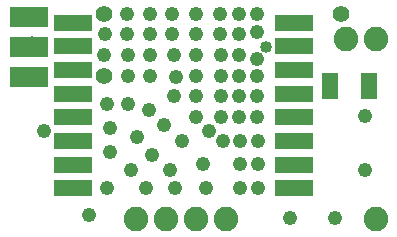
<source format=gts>
G04 EasyPC Gerber Version 21.0.3 Build 4286 *
G04 #@! TF.Part,Single*
G04 #@! TF.FileFunction,Soldermask,Top *
G04 #@! TF.FilePolarity,Negative *
%FSLAX35Y35*%
%MOIN*%
G04 #@! TA.AperFunction,SMDPad*
%ADD134R,0.05800X0.08800*%
G04 #@! TA.AperFunction,ViaPad*
%ADD137C,0.03989*%
%ADD135C,0.04762*%
%ADD136C,0.05600*%
%ADD138C,0.06627*%
G04 #@! TA.AperFunction,WasherPad*
%ADD131C,0.08200*%
G04 #@! TA.AperFunction,SMDPad*
%ADD132R,0.12611X0.05524*%
%ADD133R,0.12847X0.06800*%
X0Y0D02*
D02*
D131*
X52493Y11627D03*
X62493D03*
X72493D03*
X82493D03*
X122493Y71666D03*
X132493Y11627D03*
Y71666D03*
D02*
D132*
X31489Y21922D03*
Y29796D03*
Y37670D03*
Y45544D03*
Y53418D03*
Y61292D03*
Y69166D03*
Y77040D03*
X105111Y21922D03*
Y29796D03*
Y37670D03*
Y45544D03*
Y53418D03*
Y61292D03*
Y69166D03*
Y77040D03*
D02*
D133*
X16800Y59009D03*
Y69009D03*
Y79009D03*
D02*
D134*
X117300Y55981D03*
X130300D03*
D02*
D135*
X16800Y58981D03*
Y78981D03*
X21800Y40981D03*
X36800Y12981D03*
X41926Y66272D03*
X42052Y73162D03*
X43036Y21981D03*
Y49981D03*
X43800Y33981D03*
Y41981D03*
X49434Y73162D03*
Y79981D03*
X49926Y49981D03*
Y59383D03*
Y66272D03*
X50800Y27981D03*
X52800Y38981D03*
X55800Y21981D03*
X56800Y47981D03*
X57308Y59383D03*
Y66272D03*
Y73162D03*
Y79981D03*
X57800Y32981D03*
X61800Y42981D03*
X63800Y27981D03*
X64690Y73162D03*
Y79981D03*
X65182Y52493D03*
Y66272D03*
X65674Y21981D03*
X65800Y58981D03*
X67800Y37729D03*
X72564Y45603D03*
Y52493D03*
Y59383D03*
Y66272D03*
Y73162D03*
Y79981D03*
X74800Y29855D03*
X75800Y21981D03*
X76800Y40981D03*
X80438Y73162D03*
Y79981D03*
X80930Y45603D03*
Y52493D03*
Y59383D03*
Y66272D03*
X81422Y37729D03*
X86800Y45603D03*
Y52493D03*
Y59383D03*
Y66272D03*
X86926Y73162D03*
Y79981D03*
X87288Y29855D03*
X87292Y21981D03*
Y37729D03*
X92800Y45603D03*
Y52493D03*
Y59383D03*
Y64981D03*
X92926Y73981D03*
Y79981D03*
X93288Y29981D03*
X93292Y21981D03*
Y37729D03*
X103800Y11981D03*
X118800D03*
X128800Y27981D03*
Y45981D03*
D02*
D136*
X41926Y59383D03*
Y79855D03*
X120800Y79981D03*
D02*
D137*
X95800Y68981D03*
D02*
D138*
X17800Y69166D03*
X0Y0D02*
M02*

</source>
